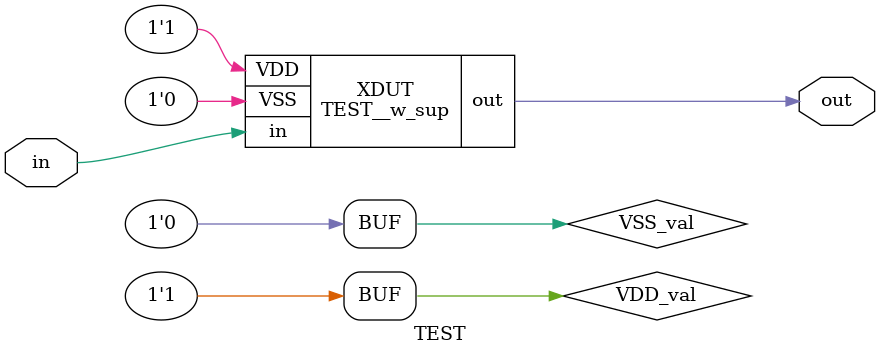
<source format=sv>
`timescale 1ps/1ps 


module pmos4_standard(
    inout  wire B,
    inout  wire D,
    inout  wire G,
    inout  wire S
);

endmodule


module TEST__w_sup(
    input  wire VDD,
    input  wire VSS,
    input  wire in,
    output wire out
);

wire [1:0] mid;
wire out2;

pmos4_standard XP2_2 (
    .B( VDD ),
    .D( out2 ),
    .G( in ),
    .S( VSS )
);

pmos4_standard XP2_1 (
    .B( mid[1] ),
    .D( out2 ),
    .G( in ),
    .S( VSS )
);

pmos4_standard XP2_0 (
    .B( mid[0] ),
    .D( out2 ),
    .G( in ),
    .S( VSS )
);

pmos4_standard XP_2 (
    .B( VDD ),
    .D( out ),
    .G( in ),
    .S( VSS )
);

pmos4_standard XP_1 (
    .B( mid[1] ),
    .D( out ),
    .G( in ),
    .S( VSS )
);

pmos4_standard XP_0 (
    .B( mid[0] ),
    .D( out ),
    .G( in ),
    .S( VSS )
);

cds_thru XTH (
    .src( out ),
    .dst( out2 )
);

endmodule


module TEST(
    input  wire in,
    output wire out
);

wire VDD_val;
wire VSS_val;

assign VDD_val = 1'b1;
assign VSS_val = 1'b0;

TEST__w_sup XDUT (
    .VDD( VDD_val ),
    .VSS( VSS_val ),
    .in( in ),
    .out( out )
);

endmodule

</source>
